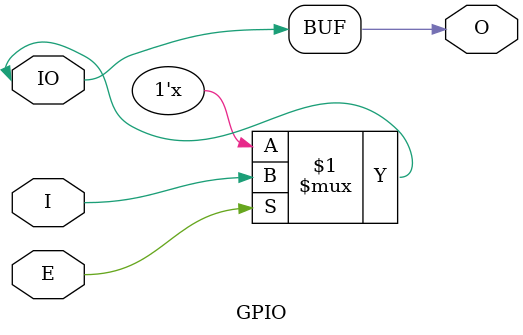
<source format=v>

module FPGA_HSPI (
	//tx signal
	HTCLK,
	HTREQ,
	HTRDY,
	HTVLD,
	HD,
	tx_act,
	wire_led,
	wire_led_o,
	//rx signal
	HRCLK,
	HRACT,
	HRVLD,
	HTACK,
	//global signal
	rstn,
	clk,
	dat_mod
);

output 	HTCLK;					//tx clock(max:120MHz)	
output 	HTREQ;					//tx request
input	HTRDY;						//tx ready
output	HTVLD;					//tx data valid
output	tx_act;					//tx trigger
output	wire_led;
output	wire_led_o;

input	HRCLK;						//rx clock(max:120MHz)
input	HRACT;						//rx active
input	HRVLD;						//rx data valid
output	HTACK;					//ack to transmitter

inout 	[15:0] HD;			//HSPI data

input	rstn;							//global reset signal, low action
input	clk;							//global clock
input 	[1:0] dat_mod;	//HSPI data mode, 00 - 8bits, 01 - 16bits, 1x - 32bits


//HSPI
wire	[31:0] wire_pif_tdata; 
wire	[2:0] wire_pif_toe;   
wire	[31:0] wire_pif_txin;  
wire	[31:0] wire_pif_rxin; 

//ram signal
wire	ram_clk;	
wire 	ram_csn;	
wire	ram_wen;	
wire	[8:0] ram_addr;	
wire	[31:0]ram_wdata;
wire	[31:0]ram_rdata;	
wire	ram_wren;
wire	ram_rden;
wire	[15:0] wdata;
wire	[15:0] rdata;

wire	wire_clk;
reg		reg_rstn;

//HSPI instance
EXM_HSPI M_HSPI (
	//tx signal
	.HTCLK			( ),//HTCLK				),
	.HTREQ			( HTREQ				),
	.HTRDY			( HTRDY				),
	.HTVLD			( HTVLD				),
	.HTD				( wire_pif_tdata	),
	.HTOE				( wire_pif_toe		),
	.tx_act			( tx_act			),
	//rx signal
	.HRCLK			( HRCLK				),
	.HRACT			( HRACT				),
	.HRVLD			( HRVLD				),
	.HTACK			( HTACK				),
	.HRD				( wire_pif_rxin		),
	//global signal
	.rstn				( reg_rstn			),
	.clk				( wire_clk			),
	.dat_mod		( 2'b01 ),//dat_mod			),
	.ram_clk		( ram_clk			),
	.ram_csn		( ram_csn			),
	.ram_wen		( ram_wen			),
	.ram_addr		( ram_addr			),
	.ram_wdata	( ram_wdata			),
	.ram_rdata	( ram_rdata			)
);

assign ram_wren = ~ram_csn & ~ram_wen;
assign ram_rden = ~ram_csn & ram_wen;
assign ram_rdata = {16'd0, rdata};
assign wdata = ram_wdata[15:0];

//RAM instance (16bits)
SRAM1KB m_ram (
	.address 	( ram_addr 			),
	.clock 		( ram_clk 			),
	.data 		( wdata				),
	.wren 		( ram_wren 			),
	.rden		( ram_rden			),
	.q 			( rdata				)
);

//PLL instance
wire	wire_80m;
PLL pll (
		.inclk0	( clk 			),	// OSC CLK		// 24MHz
		.c0 	( wire_clk 	 	),	// HSPI CLK		// 120MHz, HSPI clock
		.c1 	( wire_80m 	 	),	// HSPI CLK		// 80MHz, Signaltap sample clock (function check)
		.c2 	( HTCLK 	 	)	// HSPI TCLK	// 120MHz, note: clock phase shift 225 deg
);


//GPIO instance
GPIO PIF_D0   ( .O( wire_pif_rxin[0] ),  .I( wire_pif_tdata[0] ),  .IO( HD[0] ),  .E( wire_pif_toe[0] ) );
GPIO PIF_D1   ( .O( wire_pif_rxin[1] ),  .I( wire_pif_tdata[1] ),  .IO( HD[1] ),  .E( wire_pif_toe[0] ) );
GPIO PIF_D2   ( .O( wire_pif_rxin[2] ),  .I( wire_pif_tdata[2] ),  .IO( HD[2] ),  .E( wire_pif_toe[0] ) );
GPIO PIF_D3   ( .O( wire_pif_rxin[3] ),  .I( wire_pif_tdata[3] ),  .IO( HD[3] ),  .E( wire_pif_toe[0] ) );
GPIO PIF_D4   ( .O( wire_pif_rxin[4] ),  .I( wire_pif_tdata[4] ),  .IO( HD[4] ),  .E( wire_pif_toe[0] ) );
GPIO PIF_D5   ( .O( wire_pif_rxin[5] ),  .I( wire_pif_tdata[5] ),  .IO( HD[5] ),  .E( wire_pif_toe[0] ) );
GPIO PIF_D6   ( .O( wire_pif_rxin[6] ),  .I( wire_pif_tdata[6] ),  .IO( HD[6] ),  .E( wire_pif_toe[0] ) );
GPIO PIF_D7   ( .O( wire_pif_rxin[7] ),  .I( wire_pif_tdata[7] ),  .IO( HD[7] ),  .E( wire_pif_toe[0] ) );
GPIO PIF_D8   ( .O( wire_pif_rxin[8] ),  .I( wire_pif_tdata[8] ),  .IO( HD[8] ),  .E( wire_pif_toe[1] ) );
GPIO PIF_D9   ( .O( wire_pif_rxin[9] ),  .I( wire_pif_tdata[9] ),  .IO( HD[9] ),  .E( wire_pif_toe[1] ) );
GPIO PIF_D10  ( .O( wire_pif_rxin[10] ), .I( wire_pif_tdata[10] ), .IO( HD[10] ), .E( wire_pif_toe[1] ) );
GPIO PIF_D11  ( .O( wire_pif_rxin[11] ), .I( wire_pif_tdata[11] ), .IO( HD[11] ), .E( wire_pif_toe[1] ) );
GPIO PIF_D12  ( .O( wire_pif_rxin[12] ), .I( wire_pif_tdata[12] ), .IO( HD[12] ), .E( wire_pif_toe[1] ) );
GPIO PIF_D13  ( .O( wire_pif_rxin[13] ), .I( wire_pif_tdata[13] ), .IO( HD[13] ), .E( wire_pif_toe[1] ) );
GPIO PIF_D14  ( .O( wire_pif_rxin[14] ), .I( wire_pif_tdata[14] ), .IO( HD[14] ), .E( wire_pif_toe[1] ) );
GPIO PIF_D15  ( .O( wire_pif_rxin[15] ), .I( wire_pif_tdata[15] ), .IO( HD[15] ), .E( wire_pif_toe[1] ) );

//test
parameter	CNT_VLU = 16'd15000;

reg		[15:0] reg_ms_cnt;
wire	[15:0] wire_ms_cnt_nx;
assign wire_ms_cnt_nx = reg_ms_cnt + 1'b1;
always @(posedge wire_clk or negedge rstn) begin
	if (!rstn) reg_ms_cnt <= 16'd0;
	else if (wire_ms_cnt_nx == CNT_VLU) reg_ms_cnt <= 16'd0;
	else reg_ms_cnt <= wire_ms_cnt_nx;
end

reg		reg_led;
reg		[9:0] reg_base_cnt;
wire	[9:0] wire_base_nx;
assign wire_base_nx = reg_base_cnt + 1'b1;
always @(posedge wire_clk or negedge rstn) begin
	if (!rstn) begin
		reg_base_cnt <= 10'd0;
		reg_led <= 1'b0;
	end
	else if (wire_ms_cnt_nx == CNT_VLU) begin
`ifndef		SIM_TEST
		if (wire_base_nx == 10'd20) begin
`else 
		if (wire_base_nx == 10'd1) begin
`endif
			reg_base_cnt <= 10'd0;
			reg_led <= ~reg_led;
		end
		else reg_base_cnt <= wire_base_nx;
	end
end

assign wire_led = reg_led;
assign wire_led_o = reg_led;

always @(negedge wire_clk or negedge rstn) begin
	if (!rstn) reg_rstn <= 1'b0;
`ifndef		SIM_TEST
	else if ((wire_ms_cnt_nx == CNT_VLU) & (wire_base_nx == 10'd20)) reg_rstn <= 1'b1;
`else
	else if ((wire_ms_cnt_nx == CNT_VLU) & (wire_base_nx == 10'd1)) reg_rstn <= 1'b1;
`endif
end

reg		reg_act;
always @(negedge wire_clk or negedge reg_rstn) begin
	if (!reg_rstn) reg_act <= 1'b0;
`ifndef		SIM_TEST
	else reg_act <= (wire_ms_cnt_nx == CNT_VLU) & (wire_base_nx == 10'd20);
`else
	else reg_act <= (wire_ms_cnt_nx == CNT_VLU) & (wire_base_nx == 10'd1);
`endif
end

wire	wire_tx_req_neg;
reg		reg_tx_req_dly;
always @(posedge wire_clk or negedge reg_rstn) begin
	if (!reg_rstn) reg_tx_req_dly <= 1'b0;
	else reg_tx_req_dly <= HTREQ;
end
assign wire_tx_req_neg = !HTREQ & reg_tx_req_dly;

reg		[7:0] reg_idle_cnt;
always @(posedge wire_clk or negedge reg_rstn) begin
	if (!reg_rstn) reg_idle_cnt <= 8'd0;
	else if (wire_tx_req_neg) reg_idle_cnt <= 8'd0;
	else if (reg_idle_cnt != 8'd50) reg_idle_cnt <= reg_idle_cnt + 1'b1;
end

assign tx_act = reg_idle_cnt==8'd32;	
//assign tx_act = reg_act;	

reg		[7:0] reg_act_cnt/*synthesis noprune*/;
always @(posedge wire_clk or negedge reg_rstn) begin
	if (!reg_rstn) reg_act_cnt <= 8'd0;
	else if(tx_act) reg_act_cnt <= reg_act_cnt + 1'b1;
end

endmodule

module GPIO ( O, I, IO, E ) ;
	output	O;
	input	I;
	inout	IO;
	input	E;

	assign O = IO;
	assign IO = E ? I : 1'bz;
endmodule


</source>
